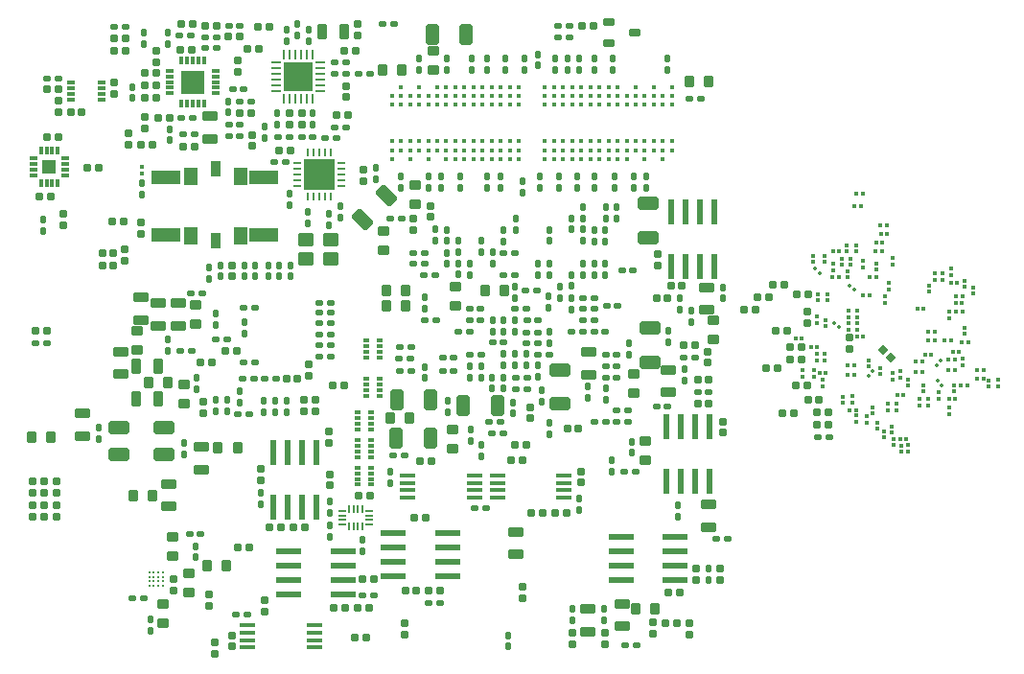
<source format=gbp>
G04 Layer_Color=128*
%FSLAX44Y44*%
%MOMM*%
G71*
G01*
G75*
G04:AMPARAMS|DCode=23|XSize=0.6mm|YSize=0.6mm|CornerRadius=0.06mm|HoleSize=0mm|Usage=FLASHONLY|Rotation=0.000|XOffset=0mm|YOffset=0mm|HoleType=Round|Shape=RoundedRectangle|*
%AMROUNDEDRECTD23*
21,1,0.6000,0.4800,0,0,0.0*
21,1,0.4800,0.6000,0,0,0.0*
1,1,0.1200,0.2400,-0.2400*
1,1,0.1200,-0.2400,-0.2400*
1,1,0.1200,-0.2400,0.2400*
1,1,0.1200,0.2400,0.2400*
%
%ADD23ROUNDEDRECTD23*%
G04:AMPARAMS|DCode=24|XSize=1mm|YSize=0.9mm|CornerRadius=0.1125mm|HoleSize=0mm|Usage=FLASHONLY|Rotation=0.000|XOffset=0mm|YOffset=0mm|HoleType=Round|Shape=RoundedRectangle|*
%AMROUNDEDRECTD24*
21,1,1.0000,0.6750,0,0,0.0*
21,1,0.7750,0.9000,0,0,0.0*
1,1,0.2250,0.3875,-0.3375*
1,1,0.2250,-0.3875,-0.3375*
1,1,0.2250,-0.3875,0.3375*
1,1,0.2250,0.3875,0.3375*
%
%ADD24ROUNDEDRECTD24*%
G04:AMPARAMS|DCode=25|XSize=1mm|YSize=0.9mm|CornerRadius=0.1125mm|HoleSize=0mm|Usage=FLASHONLY|Rotation=270.000|XOffset=0mm|YOffset=0mm|HoleType=Round|Shape=RoundedRectangle|*
%AMROUNDEDRECTD25*
21,1,1.0000,0.6750,0,0,270.0*
21,1,0.7750,0.9000,0,0,270.0*
1,1,0.2250,-0.3375,-0.3875*
1,1,0.2250,-0.3375,0.3875*
1,1,0.2250,0.3375,0.3875*
1,1,0.2250,0.3375,-0.3875*
%
%ADD25ROUNDEDRECTD25*%
G04:AMPARAMS|DCode=27|XSize=0.6mm|YSize=0.6mm|CornerRadius=0.06mm|HoleSize=0mm|Usage=FLASHONLY|Rotation=90.000|XOffset=0mm|YOffset=0mm|HoleType=Round|Shape=RoundedRectangle|*
%AMROUNDEDRECTD27*
21,1,0.6000,0.4800,0,0,90.0*
21,1,0.4800,0.6000,0,0,90.0*
1,1,0.1200,0.2400,0.2400*
1,1,0.1200,0.2400,-0.2400*
1,1,0.1200,-0.2400,-0.2400*
1,1,0.1200,-0.2400,0.2400*
%
%ADD27ROUNDEDRECTD27*%
%ADD28R,2.2000X0.5500*%
%ADD30R,0.5500X2.2000*%
G04:AMPARAMS|DCode=32|XSize=0.5mm|YSize=0.6mm|CornerRadius=0.05mm|HoleSize=0mm|Usage=FLASHONLY|Rotation=270.000|XOffset=0mm|YOffset=0mm|HoleType=Round|Shape=RoundedRectangle|*
%AMROUNDEDRECTD32*
21,1,0.5000,0.5000,0,0,270.0*
21,1,0.4000,0.6000,0,0,270.0*
1,1,0.1000,-0.2500,-0.2000*
1,1,0.1000,-0.2500,0.2000*
1,1,0.1000,0.2500,0.2000*
1,1,0.1000,0.2500,-0.2000*
%
%ADD32ROUNDEDRECTD32*%
G04:AMPARAMS|DCode=33|XSize=0.5mm|YSize=0.6mm|CornerRadius=0.05mm|HoleSize=0mm|Usage=FLASHONLY|Rotation=0.000|XOffset=0mm|YOffset=0mm|HoleType=Round|Shape=RoundedRectangle|*
%AMROUNDEDRECTD33*
21,1,0.5000,0.5000,0,0,0.0*
21,1,0.4000,0.6000,0,0,0.0*
1,1,0.1000,0.2000,-0.2500*
1,1,0.1000,-0.2000,-0.2500*
1,1,0.1000,-0.2000,0.2500*
1,1,0.1000,0.2000,0.2500*
%
%ADD33ROUNDEDRECTD33*%
%ADD37R,0.3500X0.3000*%
%ADD38R,0.3000X0.3500*%
G04:AMPARAMS|DCode=43|XSize=1.3mm|YSize=0.8mm|CornerRadius=0.1mm|HoleSize=0mm|Usage=FLASHONLY|Rotation=180.000|XOffset=0mm|YOffset=0mm|HoleType=Round|Shape=RoundedRectangle|*
%AMROUNDEDRECTD43*
21,1,1.3000,0.6000,0,0,180.0*
21,1,1.1000,0.8000,0,0,180.0*
1,1,0.2000,-0.5500,0.3000*
1,1,0.2000,0.5500,0.3000*
1,1,0.2000,0.5500,-0.3000*
1,1,0.2000,-0.5500,-0.3000*
%
%ADD43ROUNDEDRECTD43*%
G04:AMPARAMS|DCode=49|XSize=1.8mm|YSize=1.15mm|CornerRadius=0.1437mm|HoleSize=0mm|Usage=FLASHONLY|Rotation=0.000|XOffset=0mm|YOffset=0mm|HoleType=Round|Shape=RoundedRectangle|*
%AMROUNDEDRECTD49*
21,1,1.8000,0.8625,0,0,0.0*
21,1,1.5125,1.1500,0,0,0.0*
1,1,0.2875,0.7562,-0.4313*
1,1,0.2875,-0.7562,-0.4313*
1,1,0.2875,-0.7562,0.4313*
1,1,0.2875,0.7562,0.4313*
%
%ADD49ROUNDEDRECTD49*%
G04:AMPARAMS|DCode=50|XSize=1.8mm|YSize=1.15mm|CornerRadius=0.1437mm|HoleSize=0mm|Usage=FLASHONLY|Rotation=90.000|XOffset=0mm|YOffset=0mm|HoleType=Round|Shape=RoundedRectangle|*
%AMROUNDEDRECTD50*
21,1,1.8000,0.8625,0,0,90.0*
21,1,1.5125,1.1500,0,0,90.0*
1,1,0.2875,0.4313,0.7562*
1,1,0.2875,0.4313,-0.7562*
1,1,0.2875,-0.4313,-0.7562*
1,1,0.2875,-0.4313,0.7562*
%
%ADD50ROUNDEDRECTD50*%
G04:AMPARAMS|DCode=51|XSize=1.3mm|YSize=0.8mm|CornerRadius=0.1mm|HoleSize=0mm|Usage=FLASHONLY|Rotation=90.000|XOffset=0mm|YOffset=0mm|HoleType=Round|Shape=RoundedRectangle|*
%AMROUNDEDRECTD51*
21,1,1.3000,0.6000,0,0,90.0*
21,1,1.1000,0.8000,0,0,90.0*
1,1,0.2000,0.3000,0.5500*
1,1,0.2000,0.3000,-0.5500*
1,1,0.2000,-0.3000,-0.5500*
1,1,0.2000,-0.3000,0.5500*
%
%ADD51ROUNDEDRECTD51*%
%ADD62R,0.6000X0.4500*%
%ADD63R,0.6000X0.3000*%
G04:AMPARAMS|DCode=68|XSize=0.6mm|YSize=0.6mm|CornerRadius=0.06mm|HoleSize=0mm|Usage=FLASHONLY|Rotation=225.000|XOffset=0mm|YOffset=0mm|HoleType=Round|Shape=RoundedRectangle|*
%AMROUNDEDRECTD68*
21,1,0.6000,0.4800,0,0,225.0*
21,1,0.4800,0.6000,0,0,225.0*
1,1,0.1200,-0.3394,0.0000*
1,1,0.1200,0.0000,0.3394*
1,1,0.1200,0.3394,0.0000*
1,1,0.1200,0.0000,-0.3394*
%
%ADD68ROUNDEDRECTD68*%
G04:AMPARAMS|DCode=130|XSize=1.8mm|YSize=1.15mm|CornerRadius=0.1437mm|HoleSize=0mm|Usage=FLASHONLY|Rotation=315.000|XOffset=0mm|YOffset=0mm|HoleType=Round|Shape=RoundedRectangle|*
%AMROUNDEDRECTD130*
21,1,1.8000,0.8625,0,0,315.0*
21,1,1.5125,1.1500,0,0,315.0*
1,1,0.2875,0.2298,-0.8397*
1,1,0.2875,-0.8397,0.2298*
1,1,0.2875,-0.2298,0.8397*
1,1,0.2875,0.8397,-0.2298*
%
%ADD130ROUNDEDRECTD130*%
%ADD131R,0.6500X0.2000*%
%ADD132R,0.2000X0.7500*%
%ADD133R,0.2000X0.6500*%
%ADD134R,2.1000X2.1000*%
%ADD135R,0.3000X0.7000*%
%ADD136R,0.7000X0.3000*%
%ADD137R,2.5400X1.2700*%
%ADD138R,1.2000X1.5000*%
%ADD139R,0.9000X1.4000*%
G04:AMPARAMS|DCode=140|XSize=0.3mm|YSize=0.35mm|CornerRadius=0mm|HoleSize=0mm|Usage=FLASHONLY|Rotation=135.000|XOffset=0mm|YOffset=0mm|HoleType=Round|Shape=Rectangle|*
%AMROTATEDRECTD140*
4,1,4,0.2298,0.0177,-0.0177,-0.2298,-0.2298,-0.0177,0.0177,0.2298,0.2298,0.0177,0.0*
%
%ADD140ROTATEDRECTD140*%

G04:AMPARAMS|DCode=141|XSize=0.3mm|YSize=0.35mm|CornerRadius=0mm|HoleSize=0mm|Usage=FLASHONLY|Rotation=225.000|XOffset=0mm|YOffset=0mm|HoleType=Round|Shape=Rectangle|*
%AMROTATEDRECTD141*
4,1,4,-0.0177,0.2298,0.2298,-0.0177,0.0177,-0.2298,-0.2298,0.0177,-0.0177,0.2298,0.0*
%
%ADD141ROTATEDRECTD141*%

%ADD142C,0.2000*%
%ADD143R,1.4000X0.4500*%
G04:AMPARAMS|DCode=144|XSize=1.4mm|YSize=1.2mm|CornerRadius=0.15mm|HoleSize=0mm|Usage=FLASHONLY|Rotation=0.000|XOffset=0mm|YOffset=0mm|HoleType=Round|Shape=RoundedRectangle|*
%AMROUNDEDRECTD144*
21,1,1.4000,0.9000,0,0,0.0*
21,1,1.1000,1.2000,0,0,0.0*
1,1,0.3000,0.5500,-0.4500*
1,1,0.3000,-0.5500,-0.4500*
1,1,0.3000,-0.5500,0.4500*
1,1,0.3000,0.5500,0.4500*
%
%ADD144ROUNDEDRECTD144*%
%ADD145R,2.6000X2.6000*%
%ADD146O,0.9000X0.2500*%
%ADD147O,0.2500X0.9000*%
G04:AMPARAMS|DCode=148|XSize=1.8mm|YSize=1.2mm|CornerRadius=0.15mm|HoleSize=0mm|Usage=FLASHONLY|Rotation=180.000|XOffset=0mm|YOffset=0mm|HoleType=Round|Shape=RoundedRectangle|*
%AMROUNDEDRECTD148*
21,1,1.8000,0.9000,0,0,180.0*
21,1,1.5000,1.2000,0,0,180.0*
1,1,0.3000,-0.7500,0.4500*
1,1,0.3000,0.7500,0.4500*
1,1,0.3000,0.7500,-0.4500*
1,1,0.3000,-0.7500,-0.4500*
%
%ADD148ROUNDEDRECTD148*%
%ADD149C,0.4500*%
%ADD150R,1.2500X1.2500*%
%ADD151R,0.3000X0.8000*%
%ADD152R,0.8000X0.3000*%
%ADD153R,2.7000X2.7000*%
%ADD154R,0.8000X0.2500*%
%ADD155R,0.2500X0.8000*%
G04:AMPARAMS|DCode=156|XSize=0.6mm|YSize=1mm|CornerRadius=0.075mm|HoleSize=0mm|Usage=FLASHONLY|Rotation=90.000|XOffset=0mm|YOffset=0mm|HoleType=Round|Shape=RoundedRectangle|*
%AMROUNDEDRECTD156*
21,1,0.6000,0.8500,0,0,90.0*
21,1,0.4500,1.0000,0,0,90.0*
1,1,0.1500,0.4250,0.2250*
1,1,0.1500,0.4250,-0.2250*
1,1,0.1500,-0.4250,-0.2250*
1,1,0.1500,-0.4250,0.2250*
%
%ADD156ROUNDEDRECTD156*%
D23*
X184750Y27500D02*
D03*
Y37500D02*
D03*
X169000Y21250D02*
D03*
Y31250D02*
D03*
X604250Y288000D02*
D03*
Y278000D02*
D03*
X164000Y73750D02*
D03*
Y63750D02*
D03*
X337250Y38000D02*
D03*
Y48000D02*
D03*
X80750Y515250D02*
D03*
Y525250D02*
D03*
X93250Y471000D02*
D03*
Y481000D02*
D03*
X107750Y484750D02*
D03*
Y494750D02*
D03*
X104250Y391750D02*
D03*
Y401750D02*
D03*
X235000Y498125D02*
D03*
Y488125D02*
D03*
X246000Y498125D02*
D03*
Y488125D02*
D03*
X285500Y522625D02*
D03*
Y512625D02*
D03*
X31000Y509250D02*
D03*
Y499250D02*
D03*
X729510Y300187D02*
D03*
Y290187D02*
D03*
X692250Y313000D02*
D03*
Y323000D02*
D03*
X132625Y87125D02*
D03*
Y77125D02*
D03*
X300750Y448500D02*
D03*
Y438500D02*
D03*
X29750Y163000D02*
D03*
Y173000D02*
D03*
X8250Y163000D02*
D03*
Y173000D02*
D03*
X19000Y163000D02*
D03*
Y173000D02*
D03*
X19000Y152500D02*
D03*
Y142500D02*
D03*
X8250Y152500D02*
D03*
X8250Y142500D02*
D03*
X29750Y152500D02*
D03*
Y142500D02*
D03*
X485000Y39750D02*
D03*
X485000Y29750D02*
D03*
X513500Y39750D02*
D03*
Y29750D02*
D03*
X344500Y395500D02*
D03*
Y405500D02*
D03*
X359750Y416750D02*
D03*
Y406750D02*
D03*
X588500Y48250D02*
D03*
Y38250D02*
D03*
X594500Y96000D02*
D03*
Y86000D02*
D03*
X615500D02*
D03*
X615500Y96000D02*
D03*
X560750Y373750D02*
D03*
Y363750D02*
D03*
X556000Y38750D02*
D03*
Y48750D02*
D03*
X617750Y226250D02*
D03*
Y216250D02*
D03*
X440750Y80250D02*
D03*
Y70250D02*
D03*
X492750Y182250D02*
D03*
Y172250D02*
D03*
X448000Y239000D02*
D03*
Y229000D02*
D03*
X159500Y243500D02*
D03*
Y233500D02*
D03*
X247750Y245000D02*
D03*
Y235000D02*
D03*
X258500Y245000D02*
D03*
Y235000D02*
D03*
X252250Y276750D02*
D03*
Y266750D02*
D03*
X184750Y354250D02*
D03*
Y364250D02*
D03*
X209750Y184000D02*
D03*
Y174000D02*
D03*
X270750Y179750D02*
D03*
Y169750D02*
D03*
X189250Y545000D02*
D03*
Y535000D02*
D03*
X202605Y469429D02*
D03*
Y479429D02*
D03*
X89750Y378250D02*
D03*
Y368250D02*
D03*
X295250Y577000D02*
D03*
Y567000D02*
D03*
X117750Y543500D02*
D03*
Y553500D02*
D03*
X35250Y399750D02*
D03*
Y409750D02*
D03*
X213000Y58250D02*
D03*
Y68250D02*
D03*
X270250Y217250D02*
D03*
Y207250D02*
D03*
D24*
X539500Y268000D02*
D03*
Y251000D02*
D03*
X549500Y209000D02*
D03*
Y192000D02*
D03*
X609250Y298500D02*
D03*
Y315500D02*
D03*
X346250Y435250D02*
D03*
Y418250D02*
D03*
X123750Y47750D02*
D03*
Y64750D02*
D03*
X131750Y124250D02*
D03*
X131750Y107250D02*
D03*
X146250Y75500D02*
D03*
Y92500D02*
D03*
X152250Y312250D02*
D03*
X152250Y329250D02*
D03*
X142000Y258750D02*
D03*
Y241750D02*
D03*
X101000Y306000D02*
D03*
X101000Y289000D02*
D03*
X362750Y536750D02*
D03*
Y553750D02*
D03*
X318250Y377250D02*
D03*
Y394250D02*
D03*
X381500Y328250D02*
D03*
Y345250D02*
D03*
X379250Y219250D02*
D03*
Y202250D02*
D03*
D25*
X317500Y536750D02*
D03*
X334500D02*
D03*
X320750Y342250D02*
D03*
X337750D02*
D03*
X321000Y328500D02*
D03*
X338000D02*
D03*
X324500Y229250D02*
D03*
X341500D02*
D03*
X179500Y98500D02*
D03*
X162500D02*
D03*
X541250Y60750D02*
D03*
X558250D02*
D03*
X588500Y526500D02*
D03*
X605500D02*
D03*
X24250Y212125D02*
D03*
X7250Y212125D02*
D03*
X128000Y261000D02*
D03*
X111000D02*
D03*
X114500Y160750D02*
D03*
X97500D02*
D03*
X172250Y203250D02*
D03*
X189250D02*
D03*
X425000Y342250D02*
D03*
X408000D02*
D03*
D27*
X593250Y293250D02*
D03*
X583250D02*
D03*
X226000Y465750D02*
D03*
X236000D02*
D03*
X504000Y575500D02*
D03*
X494000D02*
D03*
X117750Y511750D02*
D03*
X107750D02*
D03*
X117750Y522750D02*
D03*
X107750D02*
D03*
X117750Y533750D02*
D03*
X107750D02*
D03*
X201750Y498500D02*
D03*
X191750D02*
D03*
X52000Y499250D02*
D03*
X42000D02*
D03*
X31000Y519750D02*
D03*
X21000D02*
D03*
X139750Y577250D02*
D03*
X149750D02*
D03*
X171000Y575500D02*
D03*
X161000D02*
D03*
X181500Y566000D02*
D03*
X191500D02*
D03*
X139000Y554250D02*
D03*
X149000D02*
D03*
X129250Y494250D02*
D03*
X119250D02*
D03*
X114250Y471000D02*
D03*
X104250D02*
D03*
X141500Y469000D02*
D03*
X151500D02*
D03*
X276750Y496750D02*
D03*
X286750D02*
D03*
X687510Y291687D02*
D03*
X677510D02*
D03*
X693510Y338687D02*
D03*
X683510D02*
D03*
X80000Y364000D02*
D03*
X70000D02*
D03*
X80000Y375000D02*
D03*
X70000D02*
D03*
X284500Y62000D02*
D03*
X274500D02*
D03*
X295500Y62000D02*
D03*
X305500D02*
D03*
X300000Y86750D02*
D03*
X310000Y86750D02*
D03*
X567000Y48250D02*
D03*
X577000D02*
D03*
X569750Y75000D02*
D03*
X579750D02*
D03*
X293250Y35750D02*
D03*
X303250D02*
D03*
X582000Y345750D02*
D03*
X572000D02*
D03*
X559250Y334750D02*
D03*
X569250Y334750D02*
D03*
X595750Y241750D02*
D03*
X605750D02*
D03*
Y262750D02*
D03*
X595750D02*
D03*
X199750Y114750D02*
D03*
X189750D02*
D03*
X11250Y306750D02*
D03*
X21250D02*
D03*
X648500Y335750D02*
D03*
X658500D02*
D03*
X490500Y220000D02*
D03*
X480500D02*
D03*
X664750Y306250D02*
D03*
X674750D02*
D03*
X440750Y191750D02*
D03*
X430750D02*
D03*
X444500Y205500D02*
D03*
X434500D02*
D03*
X350750Y191500D02*
D03*
X360750D02*
D03*
X670750Y233500D02*
D03*
X680750D02*
D03*
X701000Y223000D02*
D03*
X711000D02*
D03*
X693000Y245000D02*
D03*
X703000D02*
D03*
X701000Y234000D02*
D03*
X711000D02*
D03*
X449000Y145250D02*
D03*
X459000D02*
D03*
X470000D02*
D03*
X480000D02*
D03*
X692500Y257750D02*
D03*
X682500D02*
D03*
X306250Y160500D02*
D03*
X296250D02*
D03*
X166464Y278750D02*
D03*
X156465D02*
D03*
X232500Y264250D02*
D03*
X242500D02*
D03*
X283750Y257750D02*
D03*
X273750D02*
D03*
X178500Y288750D02*
D03*
X188500D02*
D03*
X249000Y132750D02*
D03*
X239000D02*
D03*
X228000D02*
D03*
X218000D02*
D03*
X337500Y76500D02*
D03*
X347500D02*
D03*
X368500D02*
D03*
X358500D02*
D03*
X345750Y141000D02*
D03*
X355750D02*
D03*
X67000Y450000D02*
D03*
X57000D02*
D03*
X198000Y555500D02*
D03*
X208000D02*
D03*
X217500Y574500D02*
D03*
X207500D02*
D03*
X14500Y425000D02*
D03*
X24500D02*
D03*
X80250Y564750D02*
D03*
X90250D02*
D03*
X80250Y553750D02*
D03*
X90250D02*
D03*
X283500D02*
D03*
X293500D02*
D03*
X78750Y403250D02*
D03*
X88750D02*
D03*
X21250Y477000D02*
D03*
X31250D02*
D03*
X687500Y280750D02*
D03*
X677500D02*
D03*
X666500Y273250D02*
D03*
X656500D02*
D03*
X672250Y346750D02*
D03*
X662250D02*
D03*
X646750Y324750D02*
D03*
X636750D02*
D03*
D28*
X528000Y85950D02*
D03*
Y98650D02*
D03*
Y111350D02*
D03*
Y124050D02*
D03*
X576000Y85950D02*
D03*
Y98650D02*
D03*
Y111350D02*
D03*
Y124050D02*
D03*
X282750Y111800D02*
D03*
Y99100D02*
D03*
Y86400D02*
D03*
Y73700D02*
D03*
X234750Y111800D02*
D03*
Y99100D02*
D03*
Y86400D02*
D03*
Y73700D02*
D03*
X326750Y89450D02*
D03*
Y102150D02*
D03*
Y114850D02*
D03*
Y127550D02*
D03*
X374750Y89450D02*
D03*
Y102150D02*
D03*
Y114850D02*
D03*
Y127550D02*
D03*
D30*
X567950Y221250D02*
D03*
X580650D02*
D03*
X593350D02*
D03*
X606050D02*
D03*
X567950Y173250D02*
D03*
X580650D02*
D03*
X593350D02*
D03*
X606050D02*
D03*
X571950Y411250D02*
D03*
X584650D02*
D03*
X597350D02*
D03*
X610050D02*
D03*
X571950Y363250D02*
D03*
X584650D02*
D03*
X597350D02*
D03*
X610050D02*
D03*
X220950Y198500D02*
D03*
X233650D02*
D03*
X246350D02*
D03*
X259050D02*
D03*
X220950Y150500D02*
D03*
X233650D02*
D03*
X246350D02*
D03*
X259050D02*
D03*
D32*
X106750Y70500D02*
D03*
X96750D02*
D03*
X494250Y335250D02*
D03*
X504250D02*
D03*
X354250Y355250D02*
D03*
X364250D02*
D03*
X404750Y285500D02*
D03*
X394750D02*
D03*
X411750Y225500D02*
D03*
X421750D02*
D03*
X514500Y275250D02*
D03*
X524500D02*
D03*
X541750Y28500D02*
D03*
X531750D02*
D03*
X185000Y519500D02*
D03*
X195000D02*
D03*
X191750Y488500D02*
D03*
X181750D02*
D03*
X191750Y478500D02*
D03*
X181750D02*
D03*
X191750Y509000D02*
D03*
X201750D02*
D03*
X31000Y529000D02*
D03*
X21000D02*
D03*
X80250Y575000D02*
D03*
X90250D02*
D03*
X181750Y575750D02*
D03*
X191750D02*
D03*
X161000Y565750D02*
D03*
X171000D02*
D03*
X138250Y566750D02*
D03*
X148250D02*
D03*
X161000Y555750D02*
D03*
X171000D02*
D03*
X149750Y494250D02*
D03*
X139750D02*
D03*
X141500Y479500D02*
D03*
X151500D02*
D03*
X235000Y477750D02*
D03*
X225000D02*
D03*
X246000D02*
D03*
X256000D02*
D03*
X275500Y543125D02*
D03*
X285500D02*
D03*
X306500Y533125D02*
D03*
X296500D02*
D03*
X285500D02*
D03*
X275500D02*
D03*
X266500Y476250D02*
D03*
X276500D02*
D03*
X187750Y55500D02*
D03*
X197750D02*
D03*
X368500Y66000D02*
D03*
X358500D02*
D03*
X583250Y282750D02*
D03*
X593250D02*
D03*
X310000Y72750D02*
D03*
X300000D02*
D03*
X612500Y122750D02*
D03*
X622500D02*
D03*
X472500Y575250D02*
D03*
X482500D02*
D03*
X595750Y252250D02*
D03*
X605750D02*
D03*
X569250Y239250D02*
D03*
X559250D02*
D03*
X147000Y126750D02*
D03*
X157000D02*
D03*
X11225Y295000D02*
D03*
X21225D02*
D03*
X712002Y212507D02*
D03*
X702002Y212507D02*
D03*
X408750Y149750D02*
D03*
X398750D02*
D03*
X180500Y299000D02*
D03*
X170500D02*
D03*
X148750Y288500D02*
D03*
X138750D02*
D03*
X213250Y264250D02*
D03*
X223250D02*
D03*
X262000Y331250D02*
D03*
X272000D02*
D03*
X194000Y264250D02*
D03*
X204000D02*
D03*
X272000Y322500D02*
D03*
X262000D02*
D03*
X190000Y232750D02*
D03*
X200000D02*
D03*
X262000Y313250D02*
D03*
X272000D02*
D03*
X262000Y283250D02*
D03*
X272000D02*
D03*
X158500Y339500D02*
D03*
X148500D02*
D03*
X272000Y303250D02*
D03*
X262000D02*
D03*
X272000Y293250D02*
D03*
X262000D02*
D03*
X205000Y327000D02*
D03*
X195000D02*
D03*
X205000Y278750D02*
D03*
X195000D02*
D03*
X275500Y486000D02*
D03*
X285500D02*
D03*
X482500Y565500D02*
D03*
X472500D02*
D03*
X588750Y511500D02*
D03*
X598750D02*
D03*
X231750Y455750D02*
D03*
X221750D02*
D03*
X444250Y325500D02*
D03*
X434250D02*
D03*
X504500Y315250D02*
D03*
X494500D02*
D03*
X528750Y359750D02*
D03*
X538750D02*
D03*
X515250Y328750D02*
D03*
X525250D02*
D03*
X334500Y405500D02*
D03*
X324500D02*
D03*
X365000Y315500D02*
D03*
X355000D02*
D03*
X524250Y225750D02*
D03*
X534250D02*
D03*
X524250Y235750D02*
D03*
X534250D02*
D03*
X514500Y265250D02*
D03*
X524500D02*
D03*
X514500Y285250D02*
D03*
X524500D02*
D03*
X453500Y342000D02*
D03*
X443500D02*
D03*
X404250Y315500D02*
D03*
X394250D02*
D03*
X404250Y325500D02*
D03*
X394250D02*
D03*
X455000Y315500D02*
D03*
X445000D02*
D03*
X454750Y305000D02*
D03*
X444750D02*
D03*
X414500Y295750D02*
D03*
X424500D02*
D03*
X454750Y295500D02*
D03*
X444750D02*
D03*
X454500Y285500D02*
D03*
X464500D02*
D03*
X380500Y282250D02*
D03*
X370500D02*
D03*
X380500Y270500D02*
D03*
X370500D02*
D03*
X445000Y265250D02*
D03*
X435000D02*
D03*
X445000Y255000D02*
D03*
X435000D02*
D03*
X394750Y305250D02*
D03*
X384750D02*
D03*
X342000Y281750D02*
D03*
X332000D02*
D03*
X531250Y181750D02*
D03*
X541250D02*
D03*
X414250Y215500D02*
D03*
X424250D02*
D03*
X342500Y270500D02*
D03*
X332500D02*
D03*
X342750Y292250D02*
D03*
X332750D02*
D03*
X504500Y225750D02*
D03*
X514500D02*
D03*
X336750Y196500D02*
D03*
X326750D02*
D03*
X354750Y365250D02*
D03*
X344750D02*
D03*
X354750Y375250D02*
D03*
X344750D02*
D03*
X424250D02*
D03*
X434250D02*
D03*
X494500Y305250D02*
D03*
X484500D02*
D03*
X504250Y305250D02*
D03*
X514250D02*
D03*
X494250Y325500D02*
D03*
X504250D02*
D03*
X434250Y355250D02*
D03*
X424250D02*
D03*
X317500Y577500D02*
D03*
X327500D02*
D03*
D33*
X385750Y442500D02*
D03*
Y432500D02*
D03*
X271250Y155750D02*
D03*
Y145750D02*
D03*
X152250Y106250D02*
D03*
Y116250D02*
D03*
X112250Y41250D02*
D03*
Y51250D02*
D03*
X484500Y395750D02*
D03*
Y405750D02*
D03*
X354500Y335750D02*
D03*
Y325750D02*
D03*
X404500Y195750D02*
D03*
Y205750D02*
D03*
X534750Y295250D02*
D03*
Y285250D02*
D03*
X569500Y296250D02*
D03*
Y306250D02*
D03*
X271250Y124500D02*
D03*
Y134500D02*
D03*
X181250Y509000D02*
D03*
Y499000D02*
D03*
X96250Y511750D02*
D03*
Y521750D02*
D03*
X128000Y569750D02*
D03*
Y559750D02*
D03*
X129250Y484500D02*
D03*
Y474500D02*
D03*
X252500Y562000D02*
D03*
Y572000D02*
D03*
X242500Y567000D02*
D03*
Y577000D02*
D03*
X232500Y562000D02*
D03*
Y572000D02*
D03*
X224750Y498125D02*
D03*
Y488125D02*
D03*
X255500Y498250D02*
D03*
Y488250D02*
D03*
X106750Y569750D02*
D03*
Y559750D02*
D03*
X251750Y401000D02*
D03*
Y411000D02*
D03*
X270250Y399750D02*
D03*
Y409750D02*
D03*
X280250Y406500D02*
D03*
Y416500D02*
D03*
X512750Y61000D02*
D03*
Y51000D02*
D03*
X485250D02*
D03*
Y61000D02*
D03*
X300000Y121500D02*
D03*
X300000Y111500D02*
D03*
X605000Y96000D02*
D03*
Y86000D02*
D03*
X578500Y152250D02*
D03*
Y142250D02*
D03*
X579750Y334750D02*
D03*
Y324750D02*
D03*
X617750Y344750D02*
D03*
Y334750D02*
D03*
X589750Y323750D02*
D03*
Y313750D02*
D03*
X584500Y272250D02*
D03*
Y262250D02*
D03*
X473000Y432250D02*
D03*
Y442250D02*
D03*
X489000Y432250D02*
D03*
Y442250D02*
D03*
X505000Y432250D02*
D03*
Y442250D02*
D03*
X539500Y432250D02*
D03*
Y442250D02*
D03*
X521000Y536750D02*
D03*
Y546750D02*
D03*
X428750Y27500D02*
D03*
Y37500D02*
D03*
X491250Y148250D02*
D03*
Y158250D02*
D03*
X142000Y207000D02*
D03*
Y197000D02*
D03*
X67000Y211000D02*
D03*
Y221000D02*
D03*
X209750Y163000D02*
D03*
Y153000D02*
D03*
X170500Y311500D02*
D03*
Y321500D02*
D03*
X153250Y264500D02*
D03*
Y254500D02*
D03*
X128104Y298354D02*
D03*
Y288354D02*
D03*
X216750Y354250D02*
D03*
Y364250D02*
D03*
X212500Y234750D02*
D03*
Y244750D02*
D03*
X180000Y235000D02*
D03*
Y245000D02*
D03*
X170000D02*
D03*
Y235000D02*
D03*
X174250Y364250D02*
D03*
Y354250D02*
D03*
X195250Y354250D02*
D03*
Y364250D02*
D03*
X226250Y354250D02*
D03*
Y364250D02*
D03*
X222750Y244750D02*
D03*
Y234750D02*
D03*
X195500Y314000D02*
D03*
Y304000D02*
D03*
X191250Y253250D02*
D03*
Y243250D02*
D03*
X205250Y364250D02*
D03*
Y354250D02*
D03*
X236250Y364250D02*
D03*
Y354250D02*
D03*
X232750Y234750D02*
D03*
Y244750D02*
D03*
X164500Y362250D02*
D03*
Y352250D02*
D03*
X374250Y536750D02*
D03*
Y546750D02*
D03*
X349500Y536500D02*
D03*
Y546500D02*
D03*
X421750Y442750D02*
D03*
Y432750D02*
D03*
X456750Y442250D02*
D03*
Y432250D02*
D03*
X455000Y540500D02*
D03*
Y550500D02*
D03*
X333500Y442750D02*
D03*
Y432750D02*
D03*
X358250Y442750D02*
D03*
Y432750D02*
D03*
X569000Y536750D02*
D03*
Y546750D02*
D03*
X480750Y536500D02*
D03*
Y546500D02*
D03*
X311500Y450500D02*
D03*
Y440500D02*
D03*
X522000Y442250D02*
D03*
Y432250D02*
D03*
X550500Y442250D02*
D03*
Y432250D02*
D03*
X396250Y536750D02*
D03*
Y546750D02*
D03*
X443000Y537000D02*
D03*
Y547000D02*
D03*
X425500Y536750D02*
D03*
Y546750D02*
D03*
X409750Y536750D02*
D03*
Y546750D02*
D03*
X505000Y536750D02*
D03*
Y546750D02*
D03*
X491000Y536500D02*
D03*
Y546500D02*
D03*
X470000Y536500D02*
D03*
Y546500D02*
D03*
X440750Y438250D02*
D03*
Y428250D02*
D03*
X409750Y432750D02*
D03*
Y442750D02*
D03*
X369500Y432750D02*
D03*
Y442750D02*
D03*
X235000Y427000D02*
D03*
Y417000D02*
D03*
X213500Y476250D02*
D03*
Y486250D02*
D03*
X104750Y426500D02*
D03*
Y436500D02*
D03*
X18000Y404500D02*
D03*
Y394500D02*
D03*
X504500Y355250D02*
D03*
Y365250D02*
D03*
X394250Y365500D02*
D03*
Y355500D02*
D03*
X524500Y405750D02*
D03*
Y415750D02*
D03*
X464500Y365250D02*
D03*
Y355250D02*
D03*
X435000Y395500D02*
D03*
Y405500D02*
D03*
X464500Y385500D02*
D03*
Y395500D02*
D03*
X484250Y335250D02*
D03*
Y325250D02*
D03*
X374250Y365250D02*
D03*
Y375250D02*
D03*
X474250Y335500D02*
D03*
Y345500D02*
D03*
X498750Y257250D02*
D03*
Y247250D02*
D03*
X384250Y375750D02*
D03*
Y385750D02*
D03*
X374750Y234750D02*
D03*
Y244750D02*
D03*
X494500Y355250D02*
D03*
Y365250D02*
D03*
X514500Y245500D02*
D03*
Y255500D02*
D03*
X464000Y326750D02*
D03*
Y336750D02*
D03*
X424500Y315750D02*
D03*
Y305750D02*
D03*
X414750Y315500D02*
D03*
Y305500D02*
D03*
X434500Y335500D02*
D03*
Y345500D02*
D03*
X458000Y253500D02*
D03*
Y243500D02*
D03*
X434500Y315500D02*
D03*
Y305500D02*
D03*
X465000Y305500D02*
D03*
Y295500D02*
D03*
X444500Y275750D02*
D03*
Y285750D02*
D03*
X454500Y275500D02*
D03*
Y265500D02*
D03*
X394250Y275000D02*
D03*
Y265000D02*
D03*
X404750Y275000D02*
D03*
Y265000D02*
D03*
X413750Y265250D02*
D03*
Y255250D02*
D03*
X424500Y275750D02*
D03*
Y285750D02*
D03*
X434500Y275750D02*
D03*
Y285750D02*
D03*
X424000Y255250D02*
D03*
Y265250D02*
D03*
X484500Y345750D02*
D03*
Y355750D02*
D03*
X324500Y181750D02*
D03*
Y171750D02*
D03*
X519750Y192250D02*
D03*
Y182250D02*
D03*
X354750Y264500D02*
D03*
Y274500D02*
D03*
X464500Y225250D02*
D03*
Y215250D02*
D03*
X432250Y233250D02*
D03*
Y243250D02*
D03*
X395250Y219000D02*
D03*
Y209000D02*
D03*
X537500Y198500D02*
D03*
Y208500D02*
D03*
X494500Y405750D02*
D03*
Y415750D02*
D03*
X494750Y385750D02*
D03*
Y395750D02*
D03*
X404500Y385500D02*
D03*
Y375500D02*
D03*
X374500Y385500D02*
D03*
Y395500D02*
D03*
X514250Y385250D02*
D03*
Y395250D02*
D03*
X424500Y385250D02*
D03*
Y395250D02*
D03*
X364250Y395750D02*
D03*
Y385750D02*
D03*
X384500Y366000D02*
D03*
Y356000D02*
D03*
X414500Y375500D02*
D03*
Y365500D02*
D03*
X514250Y355750D02*
D03*
Y365750D02*
D03*
X504500Y385250D02*
D03*
Y395250D02*
D03*
X514500Y405750D02*
D03*
Y415750D02*
D03*
X454750Y365750D02*
D03*
Y355750D02*
D03*
D37*
X736260Y318387D02*
D03*
Y323987D02*
D03*
X728750Y318387D02*
D03*
Y323987D02*
D03*
X700960Y318787D02*
D03*
Y313187D02*
D03*
X708760Y315987D02*
D03*
Y310387D02*
D03*
X728750Y307483D02*
D03*
Y313083D02*
D03*
X736260Y307387D02*
D03*
Y312987D02*
D03*
X700750Y280400D02*
D03*
Y286000D02*
D03*
X708010Y280313D02*
D03*
Y285913D02*
D03*
X698760Y265887D02*
D03*
Y271487D02*
D03*
X705750Y262850D02*
D03*
Y257250D02*
D03*
X724010Y248237D02*
D03*
Y242637D02*
D03*
X732010Y242887D02*
D03*
Y248487D02*
D03*
X735560Y225937D02*
D03*
Y231537D02*
D03*
X745313Y224960D02*
D03*
Y230560D02*
D03*
X754430Y219720D02*
D03*
Y225320D02*
D03*
X767000Y216400D02*
D03*
Y222000D02*
D03*
X688250Y265900D02*
D03*
Y271500D02*
D03*
X701500Y333087D02*
D03*
Y338687D02*
D03*
X710000Y333087D02*
D03*
Y338687D02*
D03*
X764260Y343087D02*
D03*
Y348687D02*
D03*
X760750Y331150D02*
D03*
Y336750D02*
D03*
X753310Y365787D02*
D03*
Y360187D02*
D03*
X741260Y367987D02*
D03*
Y362387D02*
D03*
X730510Y369987D02*
D03*
Y364387D02*
D03*
X728260Y358987D02*
D03*
Y353387D02*
D03*
X722760Y369987D02*
D03*
Y364387D02*
D03*
X715250Y365350D02*
D03*
Y359750D02*
D03*
X707510Y367137D02*
D03*
Y372737D02*
D03*
X697500Y372600D02*
D03*
Y367000D02*
D03*
X727010Y376437D02*
D03*
Y382037D02*
D03*
X736010Y381787D02*
D03*
Y376187D02*
D03*
X767760Y370737D02*
D03*
Y365137D02*
D03*
X775437Y199440D02*
D03*
Y205040D02*
D03*
X799010Y240637D02*
D03*
Y246237D02*
D03*
X791250Y240637D02*
D03*
Y246237D02*
D03*
X808490Y251863D02*
D03*
Y246263D02*
D03*
X763510Y236137D02*
D03*
Y241737D02*
D03*
X771260Y236137D02*
D03*
Y241737D02*
D03*
X795260Y252637D02*
D03*
Y258237D02*
D03*
X817710Y233087D02*
D03*
Y238687D02*
D03*
X746510Y274687D02*
D03*
Y280287D02*
D03*
X756770Y273537D02*
D03*
Y267937D02*
D03*
X767937Y268790D02*
D03*
Y263190D02*
D03*
X774437Y264960D02*
D03*
Y270560D02*
D03*
X781260Y263416D02*
D03*
Y257816D02*
D03*
X821960Y252887D02*
D03*
Y258487D02*
D03*
X852714Y257046D02*
D03*
Y262646D02*
D03*
X860937Y257190D02*
D03*
Y262790D02*
D03*
X830000Y281850D02*
D03*
Y276250D02*
D03*
X831560Y303687D02*
D03*
Y309287D02*
D03*
X817500Y317473D02*
D03*
Y323073D02*
D03*
X839260Y344737D02*
D03*
Y339137D02*
D03*
X831750Y350550D02*
D03*
Y344950D02*
D03*
X804860Y357137D02*
D03*
Y351537D02*
D03*
X800510Y346537D02*
D03*
Y340937D02*
D03*
X811910Y351537D02*
D03*
Y357137D02*
D03*
X819460Y355500D02*
D03*
Y361100D02*
D03*
X750010Y233137D02*
D03*
Y238737D02*
D03*
X104750Y450800D02*
D03*
Y445200D02*
D03*
X781617Y205254D02*
D03*
Y199654D02*
D03*
X760500Y217550D02*
D03*
Y211950D02*
D03*
X768390Y210846D02*
D03*
Y205246D02*
D03*
D38*
X742060Y300937D02*
D03*
X736460D02*
D03*
X695710Y292187D02*
D03*
X701310D02*
D03*
X734060Y275437D02*
D03*
X728460D02*
D03*
Y267687D02*
D03*
X734060D02*
D03*
X703400Y269387D02*
D03*
X709000D02*
D03*
X730210Y236437D02*
D03*
X735810D02*
D03*
X682110Y299737D02*
D03*
X687710D02*
D03*
X747426Y337437D02*
D03*
X741826D02*
D03*
X747900Y354000D02*
D03*
X753500D02*
D03*
X714910Y353387D02*
D03*
X720510D02*
D03*
X715160Y376437D02*
D03*
X720760D02*
D03*
X758500Y376250D02*
D03*
X752900D02*
D03*
X753210Y384187D02*
D03*
X758810D02*
D03*
X757410Y392000D02*
D03*
X763010D02*
D03*
X757330Y399817D02*
D03*
X762930D02*
D03*
X741500Y427250D02*
D03*
X735900D02*
D03*
X823348Y246289D02*
D03*
X817748D02*
D03*
X777560Y249937D02*
D03*
X771960D02*
D03*
X788150Y270187D02*
D03*
X793750D02*
D03*
X788210Y278937D02*
D03*
X793810D02*
D03*
X833610Y258487D02*
D03*
X828010D02*
D03*
X842500Y264250D02*
D03*
X848100D02*
D03*
X822810Y271937D02*
D03*
X817210D02*
D03*
X796463Y285260D02*
D03*
X802063D02*
D03*
X848060Y271437D02*
D03*
X842460D02*
D03*
X822810Y280687D02*
D03*
X817210D02*
D03*
X820940Y288063D02*
D03*
X826540D02*
D03*
X834560Y296187D02*
D03*
X828960D02*
D03*
X813690Y297813D02*
D03*
X819290D02*
D03*
X799500Y305250D02*
D03*
X805100D02*
D03*
X789710Y325437D02*
D03*
X795310D02*
D03*
X829774Y323073D02*
D03*
X824174D02*
D03*
X829060Y330687D02*
D03*
X823460D02*
D03*
X829310Y337187D02*
D03*
X823710D02*
D03*
X825060Y348687D02*
D03*
X819460D02*
D03*
X774404Y210886D02*
D03*
X780004D02*
D03*
X799450Y297750D02*
D03*
X805050D02*
D03*
X734200Y416000D02*
D03*
X739800D02*
D03*
D43*
X529250Y45250D02*
D03*
Y65250D02*
D03*
X164750Y475750D02*
D03*
Y495750D02*
D03*
X499000Y40750D02*
D03*
Y60750D02*
D03*
X605500Y152750D02*
D03*
Y132750D02*
D03*
X603750Y324750D02*
D03*
Y344750D02*
D03*
X569500Y271750D02*
D03*
Y251750D02*
D03*
X119500Y330750D02*
D03*
X119500Y310750D02*
D03*
X136750Y330750D02*
D03*
Y310750D02*
D03*
X86750Y268000D02*
D03*
Y288000D02*
D03*
X104250Y336000D02*
D03*
Y316000D02*
D03*
X128500Y171000D02*
D03*
Y151000D02*
D03*
X157750Y203500D02*
D03*
Y183500D02*
D03*
X435000Y128750D02*
D03*
Y108750D02*
D03*
X499500Y267750D02*
D03*
Y287750D02*
D03*
X52500Y213500D02*
D03*
Y233500D02*
D03*
D49*
X551750Y418750D02*
D03*
Y388750D02*
D03*
X553500Y308750D02*
D03*
Y278750D02*
D03*
X473750Y271750D02*
D03*
Y241750D02*
D03*
D50*
X391500Y568250D02*
D03*
X361500D02*
D03*
X419000Y240000D02*
D03*
X389000D02*
D03*
X329500Y211750D02*
D03*
X359500D02*
D03*
X360000Y245500D02*
D03*
X330000D02*
D03*
D51*
X263750Y570625D02*
D03*
X283750D02*
D03*
X99500Y246500D02*
D03*
X119500D02*
D03*
X99750Y275250D02*
D03*
X119750Y275250D02*
D03*
D62*
X295250Y170500D02*
D03*
Y185500D02*
D03*
X307250Y170500D02*
D03*
Y185500D02*
D03*
X295250Y219000D02*
D03*
Y234000D02*
D03*
X307250Y219000D02*
D03*
Y234000D02*
D03*
X295250Y194500D02*
D03*
X295250Y209500D02*
D03*
X307250Y194500D02*
D03*
Y209500D02*
D03*
X315000Y298000D02*
D03*
Y283000D02*
D03*
X303000Y298000D02*
D03*
Y283000D02*
D03*
X315000Y264000D02*
D03*
X315000Y249000D02*
D03*
X303000Y264000D02*
D03*
X303000Y249000D02*
D03*
D63*
X295250Y175500D02*
D03*
Y180500D02*
D03*
X307250Y175500D02*
D03*
Y180500D02*
D03*
X295250Y224000D02*
D03*
X295250Y229000D02*
D03*
X307250Y224000D02*
D03*
Y229000D02*
D03*
X295250Y199500D02*
D03*
X295250Y204500D02*
D03*
X307250Y199500D02*
D03*
Y204500D02*
D03*
X315000Y293000D02*
D03*
X315000Y288000D02*
D03*
X303000Y293000D02*
D03*
Y288000D02*
D03*
X315000Y259000D02*
D03*
X315000Y254000D02*
D03*
X303000Y259000D02*
D03*
X303000Y254000D02*
D03*
D68*
X766285Y282215D02*
D03*
X759214Y289286D02*
D03*
D130*
X299643Y404643D02*
D03*
X320857Y425857D02*
D03*
D131*
X282000Y135250D02*
D03*
Y139250D02*
D03*
Y143250D02*
D03*
Y147250D02*
D03*
X305500D02*
D03*
X305500Y143250D02*
D03*
Y139250D02*
D03*
Y135250D02*
D03*
D132*
X287750Y148500D02*
D03*
D133*
X291750Y149000D02*
D03*
X295750D02*
D03*
X299750D02*
D03*
Y133500D02*
D03*
X295750D02*
D03*
X291750D02*
D03*
X287750D02*
D03*
D134*
X150000Y526000D02*
D03*
D135*
X160000Y545000D02*
D03*
X155000D02*
D03*
X150000D02*
D03*
X145000D02*
D03*
X140000D02*
D03*
Y507000D02*
D03*
X145000D02*
D03*
X150000D02*
D03*
X155000D02*
D03*
X160000D02*
D03*
D136*
X129500Y536000D02*
D03*
Y531000D02*
D03*
Y526000D02*
D03*
Y521000D02*
D03*
Y516000D02*
D03*
X170500D02*
D03*
Y521000D02*
D03*
Y526000D02*
D03*
Y531000D02*
D03*
Y536000D02*
D03*
X42000Y510250D02*
D03*
Y515250D02*
D03*
Y520250D02*
D03*
Y525250D02*
D03*
X69000Y510250D02*
D03*
Y515250D02*
D03*
Y520250D02*
D03*
Y525250D02*
D03*
D137*
X126250Y442000D02*
D03*
X212250D02*
D03*
Y391000D02*
D03*
X126250D02*
D03*
D138*
X192000Y442250D02*
D03*
Y390250D02*
D03*
X148000D02*
D03*
Y442250D02*
D03*
X192000D02*
D03*
Y390250D02*
D03*
X148000D02*
D03*
Y442250D02*
D03*
D139*
X170000Y385750D02*
D03*
Y449750D02*
D03*
D140*
X716530Y313417D02*
D03*
X720490Y309457D02*
D03*
X730030Y346417D02*
D03*
X733990Y342457D02*
D03*
X703210Y357040D02*
D03*
X699250Y361000D02*
D03*
X811490Y258363D02*
D03*
X807530Y262323D02*
D03*
D141*
X746350Y266927D02*
D03*
X750310Y270887D02*
D03*
X806490Y276207D02*
D03*
X810450Y280167D02*
D03*
D142*
X123375Y81125D02*
D03*
X123375Y85125D02*
D03*
X123375Y89125D02*
D03*
X123375Y93125D02*
D03*
X119375Y81125D02*
D03*
Y85125D02*
D03*
X119375Y89125D02*
D03*
X119375Y93125D02*
D03*
X115375Y81125D02*
D03*
X115375Y85125D02*
D03*
Y89125D02*
D03*
Y93125D02*
D03*
X111375Y81125D02*
D03*
Y85125D02*
D03*
Y89125D02*
D03*
X111375Y93125D02*
D03*
D143*
X257500Y46250D02*
D03*
Y39750D02*
D03*
Y33250D02*
D03*
Y26750D02*
D03*
X198500Y46250D02*
D03*
Y39750D02*
D03*
Y33250D02*
D03*
Y26750D02*
D03*
X418750Y159000D02*
D03*
Y165500D02*
D03*
Y172000D02*
D03*
Y178500D02*
D03*
X477750Y159000D02*
D03*
Y165500D02*
D03*
Y172000D02*
D03*
Y178500D02*
D03*
X339750Y159000D02*
D03*
Y165500D02*
D03*
Y172000D02*
D03*
Y178500D02*
D03*
X398750Y159000D02*
D03*
Y165500D02*
D03*
Y172000D02*
D03*
Y178500D02*
D03*
D144*
X249750Y370000D02*
D03*
X271750D02*
D03*
Y387000D02*
D03*
X249750D02*
D03*
D145*
X243000Y530625D02*
D03*
D146*
X262250Y518125D02*
D03*
Y523125D02*
D03*
Y528125D02*
D03*
Y533125D02*
D03*
Y538125D02*
D03*
Y543125D02*
D03*
X223750D02*
D03*
Y538125D02*
D03*
Y533125D02*
D03*
Y528125D02*
D03*
Y523125D02*
D03*
Y518125D02*
D03*
D147*
X255500Y549875D02*
D03*
X250500D02*
D03*
X245500D02*
D03*
X240500D02*
D03*
X235500D02*
D03*
X230500D02*
D03*
Y511375D02*
D03*
X235500D02*
D03*
X240500D02*
D03*
X245500D02*
D03*
X250500D02*
D03*
X255500D02*
D03*
D148*
X124500Y221000D02*
D03*
X84500D02*
D03*
Y197000D02*
D03*
X124500D02*
D03*
D149*
X325750Y513750D02*
D03*
Y505750D02*
D03*
Y473750D02*
D03*
Y465750D02*
D03*
Y457750D02*
D03*
X333750Y521750D02*
D03*
Y513750D02*
D03*
Y505750D02*
D03*
Y473750D02*
D03*
Y465750D02*
D03*
X341750Y513750D02*
D03*
X341750Y505750D02*
D03*
X341750Y473750D02*
D03*
X341750Y465750D02*
D03*
Y457750D02*
D03*
X349750Y521750D02*
D03*
Y513750D02*
D03*
Y505750D02*
D03*
Y473750D02*
D03*
Y465750D02*
D03*
X357750Y513750D02*
D03*
Y505750D02*
D03*
Y473750D02*
D03*
Y465750D02*
D03*
Y457750D02*
D03*
X365750Y521750D02*
D03*
Y513750D02*
D03*
Y505750D02*
D03*
Y473750D02*
D03*
Y465750D02*
D03*
X373750Y521750D02*
D03*
Y513750D02*
D03*
Y505750D02*
D03*
Y473750D02*
D03*
Y465750D02*
D03*
Y457750D02*
D03*
X381750Y521750D02*
D03*
Y513750D02*
D03*
Y505750D02*
D03*
Y473750D02*
D03*
Y465750D02*
D03*
Y457750D02*
D03*
X389750Y521750D02*
D03*
Y513750D02*
D03*
X389750Y505750D02*
D03*
Y473750D02*
D03*
Y465750D02*
D03*
Y457750D02*
D03*
X397750Y521750D02*
D03*
Y513750D02*
D03*
X397750Y505750D02*
D03*
X397750Y473750D02*
D03*
X397750Y465750D02*
D03*
Y457750D02*
D03*
X405750Y521750D02*
D03*
Y513750D02*
D03*
Y505750D02*
D03*
Y473750D02*
D03*
Y465750D02*
D03*
Y457750D02*
D03*
X413750Y521750D02*
D03*
Y513750D02*
D03*
Y505750D02*
D03*
Y473750D02*
D03*
Y465750D02*
D03*
Y457750D02*
D03*
X421750Y521750D02*
D03*
Y513750D02*
D03*
Y505750D02*
D03*
Y473750D02*
D03*
Y465750D02*
D03*
Y457750D02*
D03*
X429750Y521750D02*
D03*
Y513750D02*
D03*
X429750Y505750D02*
D03*
Y473750D02*
D03*
Y465750D02*
D03*
Y457750D02*
D03*
X437750Y521750D02*
D03*
Y513750D02*
D03*
Y505750D02*
D03*
Y473750D02*
D03*
Y465750D02*
D03*
Y457750D02*
D03*
X573000Y465750D02*
D03*
Y473750D02*
D03*
Y505750D02*
D03*
Y513750D02*
D03*
Y521750D02*
D03*
X565000Y457750D02*
D03*
Y465750D02*
D03*
Y473750D02*
D03*
Y505750D02*
D03*
Y513750D02*
D03*
X557000Y465750D02*
D03*
X557000Y473750D02*
D03*
X557000Y505750D02*
D03*
X557000Y513750D02*
D03*
Y521750D02*
D03*
X549000Y457750D02*
D03*
Y465750D02*
D03*
Y473750D02*
D03*
Y505750D02*
D03*
Y513750D02*
D03*
X541000Y465750D02*
D03*
Y473750D02*
D03*
Y505750D02*
D03*
Y513750D02*
D03*
Y521750D02*
D03*
X533000Y457750D02*
D03*
Y465750D02*
D03*
Y473750D02*
D03*
Y505750D02*
D03*
Y513750D02*
D03*
X525000Y457750D02*
D03*
Y465750D02*
D03*
Y473750D02*
D03*
Y505750D02*
D03*
Y513750D02*
D03*
Y521750D02*
D03*
X517000Y457750D02*
D03*
Y465750D02*
D03*
Y473750D02*
D03*
Y505750D02*
D03*
Y513750D02*
D03*
Y521750D02*
D03*
X509000Y457750D02*
D03*
Y465750D02*
D03*
X509000Y473750D02*
D03*
Y505750D02*
D03*
Y513750D02*
D03*
Y521750D02*
D03*
X501000Y457750D02*
D03*
Y465750D02*
D03*
X501000Y473750D02*
D03*
X501000Y505750D02*
D03*
X501000Y513750D02*
D03*
Y521750D02*
D03*
X493000Y457750D02*
D03*
Y465750D02*
D03*
Y473750D02*
D03*
Y505750D02*
D03*
Y513750D02*
D03*
Y521750D02*
D03*
X485000Y457750D02*
D03*
Y465750D02*
D03*
Y473750D02*
D03*
Y505750D02*
D03*
Y513750D02*
D03*
Y521750D02*
D03*
X477000Y457750D02*
D03*
Y465750D02*
D03*
Y473750D02*
D03*
Y505750D02*
D03*
Y513750D02*
D03*
Y521750D02*
D03*
X469000Y457750D02*
D03*
Y465750D02*
D03*
X469000Y473750D02*
D03*
Y505750D02*
D03*
Y513750D02*
D03*
Y521750D02*
D03*
X461000Y457750D02*
D03*
Y465750D02*
D03*
Y473750D02*
D03*
Y505750D02*
D03*
Y513750D02*
D03*
Y521750D02*
D03*
D150*
X23250Y451000D02*
D03*
D151*
X15750Y436750D02*
D03*
X20750D02*
D03*
X25750D02*
D03*
X30750D02*
D03*
Y465250D02*
D03*
X25750D02*
D03*
X20750D02*
D03*
X15750D02*
D03*
D152*
X37500Y443500D02*
D03*
Y448500D02*
D03*
Y453500D02*
D03*
Y458500D02*
D03*
X9000D02*
D03*
Y453500D02*
D03*
Y448500D02*
D03*
Y443500D02*
D03*
D153*
X261750Y444500D02*
D03*
D154*
X242500Y454500D02*
D03*
Y449500D02*
D03*
Y444500D02*
D03*
Y439500D02*
D03*
Y434500D02*
D03*
X281000D02*
D03*
Y439500D02*
D03*
Y444500D02*
D03*
Y449500D02*
D03*
Y454500D02*
D03*
D155*
X251750Y425250D02*
D03*
X256750D02*
D03*
X261750D02*
D03*
X266750D02*
D03*
X271750D02*
D03*
Y463750D02*
D03*
X266750D02*
D03*
X261750D02*
D03*
X256750D02*
D03*
X251750D02*
D03*
D156*
X517500Y560000D02*
D03*
Y579000D02*
D03*
X540500Y569500D02*
D03*
M02*

</source>
